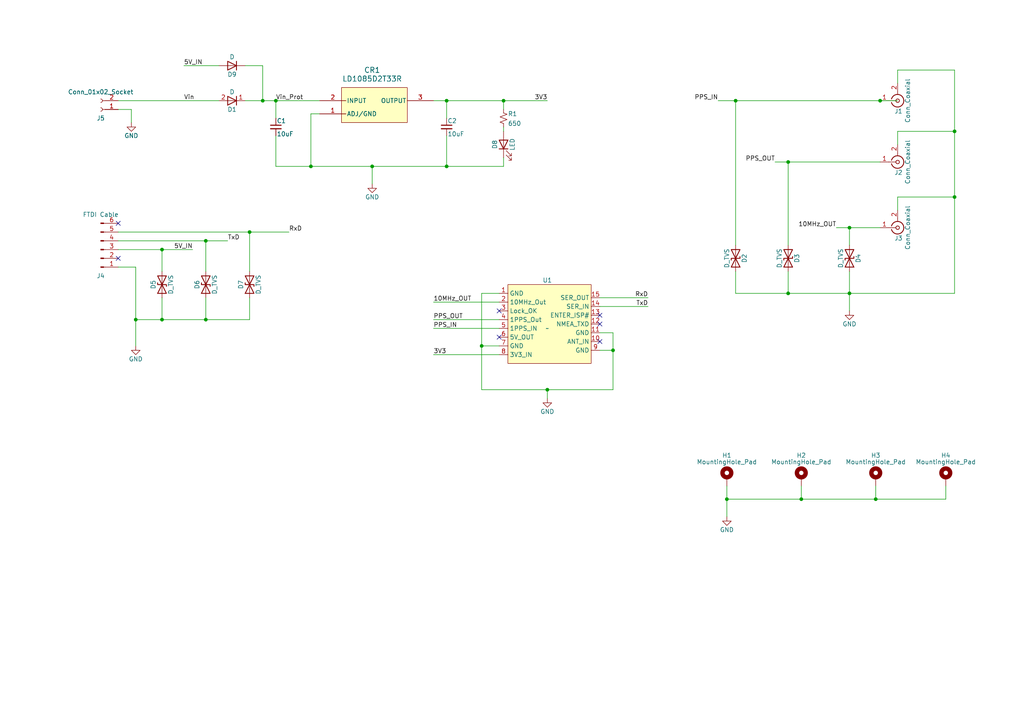
<source format=kicad_sch>
(kicad_sch (version 20230121) (generator eeschema)
  (paper "A4")
  (lib_symbols
    (symbol "Connector:Conn_01x02_Socket" (pin_names (offset 1.016) hide)
      (property "Reference" "J" (at 0 2.54 0))
      (property "Value" "Conn_01x02_Socket" (at 0 -5.08 0))
      (symbol "Conn_01x02_Socket_1_1"
        (arc (start 0 -2.032) (mid -0.5058 -2.54) (end 0 -3.048) (stroke (width 0.1524)))
        (polyline (pts (xy -1.27 -2.54) (xy -0.508 -2.54)) (stroke (width 0.1524)))
        (polyline (pts (xy -1.27 0) (xy -0.508 0)) (stroke (width 0.1524)))
        (arc (start 0 0.508) (mid -0.5058 0) (end 0 -0.508) (stroke (width 0.1524)))
        (pin passive line (at -5.08 0 0) (length 3.81) (name "Pin_1") (number "1"))
        (pin passive line (at -5.08 -2.54 0) (length 3.81) (name "Pin_2") (number "2"))
      )
    )
    (symbol "Connector:Conn_01x06_Pin" (pin_names (offset 1.016) hide)
      (property "Reference" "J" (at 0 7.62 0))
      (property "Value" "Conn_01x06_Pin" (at 0 -10.16 0))
      (symbol "Conn_01x06_Pin_1_1"
        (polyline (pts (xy 1.27 -7.62) (xy 0.8636 -7.62)) (stroke (width 0.1524)))
        (polyline (pts (xy 1.27 -5.08) (xy 0.8636 -5.08)) (stroke (width 0.1524)))
        (polyline (pts (xy 1.27 -2.54) (xy 0.8636 -2.54)) (stroke (width 0.1524)))
        (polyline (pts (xy 1.27 0) (xy 0.8636 0)) (stroke (width 0.1524)))
        (polyline (pts (xy 1.27 2.54) (xy 0.8636 2.54)) (stroke (width 0.1524)))
        (polyline (pts (xy 1.27 5.08) (xy 0.8636 5.08)) (stroke (width 0.1524)))
        (rectangle (start 0.8636 -7.493) (end 0 -7.747) (stroke (width 0.1524)) (fill (type outline)))
        (rectangle (start 0.8636 -4.953) (end 0 -5.207) (stroke (width 0.1524)) (fill (type outline)))
        (rectangle (start 0.8636 -2.413) (end 0 -2.667) (stroke (width 0.1524)) (fill (type outline)))
        (rectangle (start 0.8636 0.127) (end 0 -0.127) (stroke (width 0.1524)) (fill (type outline)))
        (rectangle (start 0.8636 2.667) (end 0 2.413) (stroke (width 0.1524)) (fill (type outline)))
        (rectangle (start 0.8636 5.207) (end 0 4.953) (stroke (width 0.1524)) (fill (type outline)))
        (pin passive line (at 5.08 5.08 180) (length 3.81) (name "Pin_1") (number "1"))
        (pin passive line (at 5.08 2.54 180) (length 3.81) (name "Pin_2") (number "2"))
        (pin passive line (at 5.08 0 180) (length 3.81) (name "Pin_3") (number "3"))
        (pin passive line (at 5.08 -2.54 180) (length 3.81) (name "Pin_4") (number "4"))
        (pin passive line (at 5.08 -5.08 180) (length 3.81) (name "Pin_5") (number "5"))
        (pin passive line (at 5.08 -7.62 180) (length 3.81) (name "Pin_6") (number "6"))
      )
    )
    (symbol "Connector:Conn_Coaxial" (pin_names (offset 1.016) hide)
      (property "Reference" "J" (at 0.254 3.048 0))
      (property "Value" "Conn_Coaxial" (at 2.921 0 90))
      (symbol "Conn_Coaxial_0_1"
        (arc (start -1.778 -0.508) (mid 0.2311 -1.8066) (end 1.778 0) (stroke (width 0.254)))
        (polyline (pts (xy -2.54 0) (xy -0.508 0)))
        (polyline (pts (xy 0 -2.54) (xy 0 -1.778)))
        (circle (center 0 0) (radius 0.508) (stroke (width 0.2032)))
        (arc (start 1.778 0) (mid 0.2099 1.8101) (end -1.778 0.508) (stroke (width 0.254)))
      )
      (symbol "Conn_Coaxial_1_1"
        (pin passive line (at -5.08 0 0) (length 2.54) (name "In") (number "1"))
        (pin passive line (at 0 -5.08 90) (length 2.54) (name "Ext") (number "2"))
      )
    )
    (symbol "D_1" (pin_names (offset 1.016) hide)
      (property "Reference" "D" (at 0 2.54 0))
      (property "Value" "D" (at 0 -2.54 0))
      (symbol "D_1_0_1"
        (polyline (pts (xy -1.27 1.27) (xy -1.27 -1.27)) (stroke (width 0.254)))
        (polyline (pts (xy 1.27 0) (xy -1.27 0)))
        (polyline (pts (xy 1.27 1.27) (xy 1.27 -1.27) (xy -1.27 0) (xy 1.27 1.27)) (stroke (width 0.254)))
      )
      (symbol "D_1_1_1"
        (pin passive line (at -3.81 0 0) (length 2.54) (name "K") (number "1"))
        (pin passive line (at 3.81 0 180) (length 2.54) (name "A") (number "2"))
      )
    )
    (symbol "Device:C_Small" (pin_numbers hide) (pin_names (offset 0.254) hide)
      (property "Reference" "C" (at 0.254 1.778 0))
      (property "Value" "C_Small" (at 0.254 -2.032 0))
      (symbol "C_Small_0_1"
        (polyline (pts (xy -1.524 -0.508) (xy 1.524 -0.508)) (stroke (width 0.3302)))
        (polyline (pts (xy -1.524 0.508) (xy 1.524 0.508)) (stroke (width 0.3048)))
      )
      (symbol "C_Small_1_1"
        (pin passive line (at 0 2.54 270) (length 2.032) (name "~") (number "1"))
        (pin passive line (at 0 -2.54 90) (length 2.032) (name "~") (number "2"))
      )
    )
    (symbol "Device:D" (pin_numbers hide) (pin_names (offset 1.016) hide)
      (property "Reference" "D" (at 0 2.54 0))
      (property "Value" "D" (at 0 -2.54 0))
      (symbol "D_0_1"
        (polyline (pts (xy -1.27 1.27) (xy -1.27 -1.27)) (stroke (width 0.254)))
        (polyline (pts (xy 1.27 0) (xy -1.27 0)))
        (polyline (pts (xy 1.27 1.27) (xy 1.27 -1.27) (xy -1.27 0) (xy 1.27 1.27)) (stroke (width 0.254)))
      )
      (symbol "D_1_1"
        (pin passive line (at -3.81 0 0) (length 2.54) (name "K") (number "1"))
        (pin passive line (at 3.81 0 180) (length 2.54) (name "A") (number "2"))
      )
    )
    (symbol "Device:D_TVS" (pin_numbers hide) (pin_names (offset 1.016) hide)
      (property "Reference" "D" (at 0 2.54 0))
      (property "Value" "D_TVS" (at 0 -2.54 0))
      (symbol "D_TVS_0_1"
        (polyline (pts (xy 1.27 0) (xy -1.27 0)))
        (polyline (pts (xy 0.508 1.27) (xy 0 1.27) (xy 0 -1.27) (xy -0.508 -1.27)) (stroke (width 0.254)))
        (polyline (pts (xy -2.54 1.27) (xy -2.54 -1.27) (xy 2.54 1.27) (xy 2.54 -1.27) (xy -2.54 1.27)) (stroke (width 0.254)))
      )
      (symbol "D_TVS_1_1"
        (pin passive line (at -3.81 0 0) (length 2.54) (name "A1") (number "1"))
        (pin passive line (at 3.81 0 180) (length 2.54) (name "A2") (number "2"))
      )
    )
    (symbol "Device:LED" (pin_numbers hide) (pin_names (offset 1.016) hide)
      (property "Reference" "D" (at 0 2.54 0))
      (property "Value" "LED" (at 0 -2.54 0))
      (symbol "LED_0_1"
        (polyline (pts (xy -1.27 -1.27) (xy -1.27 1.27)) (stroke (width 0.254)))
        (polyline (pts (xy -1.27 0) (xy 1.27 0)))
        (polyline (pts (xy 1.27 -1.27) (xy 1.27 1.27) (xy -1.27 0) (xy 1.27 -1.27)) (stroke (width 0.254)))
        (polyline (pts (xy -3.048 -0.762) (xy -4.572 -2.286) (xy -3.81 -2.286) (xy -4.572 -2.286) (xy -4.572 -1.524)))
        (polyline (pts (xy -1.778 -0.762) (xy -3.302 -2.286) (xy -2.54 -2.286) (xy -3.302 -2.286) (xy -3.302 -1.524)))
      )
      (symbol "LED_1_1"
        (pin passive line (at -3.81 0 0) (length 2.54) (name "K") (number "1"))
        (pin passive line (at 3.81 0 180) (length 2.54) (name "A") (number "2"))
      )
    )
    (symbol "Device:R_Small_US" (pin_numbers hide) (pin_names (offset 0.254) hide)
      (property "Reference" "R" (at 0.762 0.508 0))
      (property "Value" "R_Small_US" (at 0.762 -1.016 0))
      (symbol "R_Small_US_1_1"
        (polyline (pts (xy 0 0) (xy 1.016 -0.381) (xy 0 -0.762) (xy -1.016 -1.143) (xy 0 -1.524)))
        (polyline (pts (xy 0 1.524) (xy 1.016 1.143) (xy 0 0.762) (xy -1.016 0.381) (xy 0 0)))
        (pin passive line (at 0 2.54 270) (length 1.016) (name "~") (number "1"))
        (pin passive line (at 0 -2.54 90) (length 1.016) (name "~") (number "2"))
      )
    )
    (symbol "GPSDO:LC_XO"
      (property "Reference" "U" (at 0 13.97 0))
      (symbol "LC_XO_1_1"
        (rectangle (start -11.43 12.7) (end 12.7 -10.16) (fill (type background)))
        (pin passive line (at -13.97 10.16 0) (length 2.54) (name "GND") (number "1"))
        (pin input line (at 15.24 -3.81 180) (length 2.54) (name "ANT_IN") (number "10"))
        (pin passive line (at 15.24 -1.27 180) (length 2.54) (name "GND") (number "11"))
        (pin output line (at 15.24 1.27 180) (length 2.54) (name "NMEA_TXD") (number "12"))
        (pin unspecified line (at 15.24 3.81 180) (length 2.54) (name "ENTER_ISP#") (number "13"))
        (pin input line (at 15.24 6.35 180) (length 2.54) (name "SER_IN") (number "14"))
        (pin output line (at 15.24 8.89 180) (length 2.54) (name "SER_OUT") (number "15"))
        (pin output line (at -13.97 7.62 0) (length 2.54) (name "10MHz_Out") (number "2"))
        (pin output line (at -13.97 5.08 0) (length 2.54) (name "Lock_OK") (number "3"))
        (pin output line (at -13.97 2.54 0) (length 2.54) (name "1PPS_Out") (number "4"))
        (pin input line (at -13.97 0 0) (length 2.54) (name "1PPS_IN") (number "5"))
        (pin output line (at -13.97 -2.54 0) (length 2.54) (name "5V_OUT") (number "6"))
        (pin passive line (at -13.97 -5.08 0) (length 2.54) (name "GND") (number "7"))
        (pin input line (at -13.97 -7.62 0) (length 2.54) (name "3V3_IN") (number "8"))
        (pin passive line (at 15.24 -6.35 180) (length 2.54) (name "GND") (number "9"))
      )
    )
    (symbol "GPSDO:LD1085D2T33R" (pin_names (offset 0.254))
      (property "Reference" "CR" (at 25.4 10.16 0))
      (property "Value" "LD1085D2T33R" (at 25.4 7.62 0))
      (symbol "LD1085D2T33R_0_1"
        (pin power_out line (at 10.16 -2.54 0) (length 7.62) (name "ADJ/GND") (number "1"))
        (pin input line (at 10.16 1.27 0) (length 7.62) (name "INPUT") (number "2"))
        (pin output line (at 43.18 1.27 180) (length 7.62) (name "OUTPUT") (number "3"))
      )
      (symbol "LD1085D2T33R_1_1"
        (rectangle (start 16.51 5.08) (end 35.56 -5.08) (fill (type background)))
      )
    )
    (symbol "Mechanical:MountingHole_Pad" (pin_numbers hide) (pin_names (offset 1.016) hide)
      (property "Reference" "H" (at 0 6.35 0))
      (property "Value" "MountingHole_Pad" (at 0 4.445 0))
      (symbol "MountingHole_Pad_0_1"
        (circle (center 0 1.27) (radius 1.27) (stroke (width 1.27)))
      )
      (symbol "MountingHole_Pad_1_1"
        (pin input line (at 0 -2.54 90) (length 2.54) (name "1") (number "1"))
      )
    )
    (symbol "power:GND" (power) (pin_names (offset 0))
      (property "Value" "GND" (at 0 -3.81 0))
      (symbol "GND_0_1"
        (polyline (pts (xy 0 0) (xy 0 -1.27) (xy 1.27 -1.27) (xy 0 -2.54) (xy -1.27 -1.27) (xy 0 -1.27)))
      )
      (symbol "GND_1_1"
        (pin power_in line (at 0 0 270) (length 0) hide (name "GND") (number "1"))
      )
    )
  )
  (junction (at 158.75 113.03))
  (junction (at 129.54 29.21))
  (junction (at 107.95 48.26))
  (junction (at 39.37 92.71))
  (junction (at 72.39 67.31))
  (junction (at 246.38 85.09))
  (junction (at 177.8 101.6))
  (junction (at 46.99 92.71))
  (junction (at 129.54 48.26))
  (junction (at 255.27 29.21))
  (junction (at 276.86 38.1))
  (junction (at 210.82 144.78))
  (junction (at 139.7 100.33))
  (junction (at 232.41 144.78))
  (junction (at 228.6 46.99))
  (junction (at 246.38 66.04))
  (junction (at 228.6 85.09))
  (junction (at 59.69 92.71))
  (junction (at 90.17 48.26))
  (junction (at 146.05 29.21))
  (junction (at 213.36 29.21))
  (junction (at 80.01 29.21))
  (junction (at 46.99 72.39))
  (junction (at 276.86 57.15))
  (junction (at 254 144.78))
  (junction (at 76.2 29.21))
  (junction (at 59.69 69.85))
  (no_connect (at 144.78 90.17))
  (no_connect (at 34.29 74.93))
  (no_connect (at 34.29 64.77))
  (no_connect (at 173.99 99.06))
  (no_connect (at 144.78 97.79))
  (no_connect (at 173.99 91.44))
  (no_connect (at 173.99 93.98))
  (wire (pts (xy 260.35 20.32) (xy 276.86 20.32)))
  (wire (pts (xy 107.95 48.26) (xy 90.17 48.26)))
  (wire (pts (xy 34.29 67.31) (xy 72.39 67.31)))
  (wire (pts (xy 139.7 85.09) (xy 144.78 85.09)))
  (wire (pts (xy 177.8 96.52) (xy 177.8 101.6)))
  (wire (pts (xy 80.01 34.29) (xy 80.01 29.21)))
  (wire (pts (xy 125.73 95.25) (xy 144.78 95.25)))
  (wire (pts (xy 80.01 29.21) (xy 92.71 29.21)))
  (wire (pts (xy 254 144.78) (xy 232.41 144.78)))
  (wire (pts (xy 34.29 29.21) (xy 63.5 29.21)))
  (wire (pts (xy 173.99 88.9) (xy 187.96 88.9)))
  (wire (pts (xy 129.54 48.26) (xy 146.05 48.26)))
  (wire (pts (xy 38.1 31.75) (xy 34.29 31.75)))
  (wire (pts (xy 276.86 20.32) (xy 276.86 38.1)))
  (wire (pts (xy 139.7 100.33) (xy 139.7 85.09)))
  (wire (pts (xy 260.35 38.1) (xy 276.86 38.1)))
  (wire (pts (xy 255.27 46.99) (xy 228.6 46.99)))
  (wire (pts (xy 158.75 113.03) (xy 139.7 113.03)))
  (wire (pts (xy 213.36 29.21) (xy 208.28 29.21)))
  (wire (pts (xy 59.69 86.36) (xy 59.69 92.71)))
  (wire (pts (xy 92.71 33.02) (xy 90.17 33.02)))
  (wire (pts (xy 260.35 24.13) (xy 260.35 20.32)))
  (wire (pts (xy 232.41 144.78) (xy 210.82 144.78)))
  (wire (pts (xy 177.8 113.03) (xy 177.8 101.6)))
  (wire (pts (xy 125.73 92.71) (xy 144.78 92.71)))
  (wire (pts (xy 213.36 78.74) (xy 213.36 85.09)))
  (wire (pts (xy 276.86 38.1) (xy 276.86 57.15)))
  (wire (pts (xy 125.73 29.21) (xy 129.54 29.21)))
  (wire (pts (xy 71.12 19.05) (xy 76.2 19.05)))
  (wire (pts (xy 246.38 66.04) (xy 242.57 66.04)))
  (wire (pts (xy 274.32 144.78) (xy 254 144.78)))
  (wire (pts (xy 38.1 35.56) (xy 38.1 31.75)))
  (wire (pts (xy 260.35 29.21) (xy 255.27 29.21)))
  (wire (pts (xy 46.99 92.71) (xy 39.37 92.71)))
  (wire (pts (xy 260.35 60.96) (xy 260.35 57.15)))
  (wire (pts (xy 129.54 48.26) (xy 107.95 48.26)))
  (wire (pts (xy 210.82 144.78) (xy 210.82 149.86)))
  (wire (pts (xy 34.29 69.85) (xy 59.69 69.85)))
  (wire (pts (xy 90.17 33.02) (xy 90.17 48.26)))
  (wire (pts (xy 46.99 72.39) (xy 46.99 78.74)))
  (wire (pts (xy 260.35 41.91) (xy 260.35 38.1)))
  (wire (pts (xy 246.38 85.09) (xy 228.6 85.09)))
  (wire (pts (xy 129.54 29.21) (xy 146.05 29.21)))
  (wire (pts (xy 129.54 29.21) (xy 129.54 34.29)))
  (wire (pts (xy 254 140.97) (xy 254 144.78)))
  (wire (pts (xy 59.69 69.85) (xy 66.04 69.85)))
  (wire (pts (xy 90.17 48.26) (xy 80.01 48.26)))
  (wire (pts (xy 228.6 46.99) (xy 224.79 46.99)))
  (wire (pts (xy 274.32 140.97) (xy 274.32 144.78)))
  (wire (pts (xy 246.38 85.09) (xy 246.38 90.17)))
  (wire (pts (xy 228.6 46.99) (xy 228.6 71.12)))
  (wire (pts (xy 255.27 66.04) (xy 246.38 66.04)))
  (wire (pts (xy 158.75 115.57) (xy 158.75 113.03)))
  (wire (pts (xy 276.86 57.15) (xy 276.86 85.09)))
  (wire (pts (xy 210.82 140.97) (xy 210.82 144.78)))
  (wire (pts (xy 53.34 19.05) (xy 63.5 19.05)))
  (wire (pts (xy 173.99 86.36) (xy 187.96 86.36)))
  (wire (pts (xy 125.73 87.63) (xy 144.78 87.63)))
  (wire (pts (xy 125.73 102.87) (xy 144.78 102.87)))
  (wire (pts (xy 39.37 100.33) (xy 39.37 92.71)))
  (wire (pts (xy 46.99 72.39) (xy 55.88 72.39)))
  (wire (pts (xy 177.8 101.6) (xy 173.99 101.6)))
  (wire (pts (xy 76.2 29.21) (xy 80.01 29.21)))
  (wire (pts (xy 39.37 92.71) (xy 39.37 77.47)))
  (wire (pts (xy 34.29 72.39) (xy 46.99 72.39)))
  (wire (pts (xy 139.7 100.33) (xy 144.78 100.33)))
  (wire (pts (xy 80.01 48.26) (xy 80.01 39.37)))
  (wire (pts (xy 72.39 67.31) (xy 83.82 67.31)))
  (wire (pts (xy 158.75 113.03) (xy 177.8 113.03)))
  (wire (pts (xy 39.37 77.47) (xy 34.29 77.47)))
  (wire (pts (xy 146.05 29.21) (xy 146.05 31.75)))
  (wire (pts (xy 46.99 86.36) (xy 46.99 92.71)))
  (wire (pts (xy 146.05 29.21) (xy 158.75 29.21)))
  (wire (pts (xy 139.7 113.03) (xy 139.7 100.33)))
  (wire (pts (xy 107.95 48.26) (xy 107.95 53.34)))
  (wire (pts (xy 213.36 29.21) (xy 213.36 71.12)))
  (wire (pts (xy 260.35 57.15) (xy 276.86 57.15)))
  (wire (pts (xy 72.39 86.36) (xy 72.39 92.71)))
  (wire (pts (xy 255.27 29.21) (xy 213.36 29.21)))
  (wire (pts (xy 76.2 19.05) (xy 76.2 29.21)))
  (wire (pts (xy 228.6 78.74) (xy 228.6 85.09)))
  (wire (pts (xy 232.41 140.97) (xy 232.41 144.78)))
  (wire (pts (xy 246.38 78.74) (xy 246.38 85.09)))
  (wire (pts (xy 129.54 39.37) (xy 129.54 48.26)))
  (wire (pts (xy 146.05 45.72) (xy 146.05 48.26)))
  (wire (pts (xy 246.38 66.04) (xy 246.38 71.12)))
  (wire (pts (xy 213.36 85.09) (xy 228.6 85.09)))
  (wire (pts (xy 146.05 38.1) (xy 146.05 36.83)))
  (wire (pts (xy 71.12 29.21) (xy 76.2 29.21)))
  (wire (pts (xy 59.69 69.85) (xy 59.69 78.74)))
  (wire (pts (xy 72.39 67.31) (xy 72.39 78.74)))
  (wire (pts (xy 72.39 92.71) (xy 59.69 92.71)))
  (wire (pts (xy 276.86 85.09) (xy 246.38 85.09)))
  (wire (pts (xy 173.99 96.52) (xy 177.8 96.52)))
  (wire (pts (xy 59.69 92.71) (xy 46.99 92.71)))
  (label "PPS_OUT" (at 224.79 46.99 180))
  (label "Vin" (at 53.34 29.21 0))
  (label "PPS_IN" (at 125.73 95.25 0))
  (label "10MHz_OUT" (at 125.73 87.63 0))
  (label "5V_IN" (at 55.88 72.39 180))
  (label "RxD" (at 83.82 67.31 0))
  (label "PPS_OUT" (at 125.73 92.71 0))
  (label "PPS_IN" (at 208.28 29.21 180))
  (label "3V3" (at 125.73 102.87 0))
  (label "Vin_Prot" (at 80.01 29.21 0))
  (label "RxD" (at 187.96 86.36 180))
  (label "5V_IN" (at 53.34 19.05 0))
  (label "3V3" (at 158.75 29.21 180))
  (label "TxD" (at 187.96 88.9 180))
  (label "10MHz_OUT" (at 242.57 66.04 180))
  (label "TxD" (at 66.04 69.85 0))
  (symbol (lib_id "Device:LED") (at 146.05 41.91 90) (unit 1)
    (property "Reference" "D8" (at 143.51 41.91 0))
    (property "Value" "LED" (at 148.59 41.91 0))
    (property "Footprint" "LED_SMD:LED_1206_3216Metric" (effects hide))
  )
  (symbol (lib_id "Device:D_TVS") (at 246.38 74.93 270) (mirror x) (unit 1)
    (property "Reference" "D4" (at 248.92 74.93 0))
    (property "Value" "D_TVS" (at 243.84 74.93 0))
    (property "Footprint" "Diode_SMD:D_SMA" (effects hide))
  )
  (symbol (lib_id "Connector:Conn_Coaxial") (at 260.35 29.21 0) (mirror x) (unit 1)
    (property "Reference" "J1" (at 260.604 32.258 0))
    (property "Value" "Conn_Coaxial" (at 263.271 29.21 90))
    (property "Footprint" "GPSDO:TAOGLAS_EMPCB.SMAFSTJ.B.HT" (effects hide))
    (property "Datasheet" " ~" (effects hide))
  )
  (symbol (lib_id "Device:R_Small_US") (at 146.05 34.29 0) (unit 1)
    (property "Reference" "R1" (at 147.32 33.02 0) (effects (justify left)))
    (property "Value" "650" (at 147.32 35.814 0) (effects (justify left)))
    (property "Footprint" "Resistor_SMD:R_1206_3216Metric" (effects hide))
  )
  (symbol (lib_id "Mechanical:MountingHole_Pad") (at 254 138.43 0) (unit 1)
    (property "Reference" "H3" (at 254 132.08 0))
    (property "Value" "MountingHole_Pad" (at 254 133.985 0))
    (property "Footprint" "MountingHole:MountingHole_3.2mm_M3_DIN965_Pad" (effects hide))
  )
  (symbol (lib_id "power:GND") (at 107.95 53.34 0) (unit 1)
    (property "Reference" "#PWR01" (effects hide))
    (property "Value" "GND" (at 107.95 57.15 0))
  )
  (symbol (lib_id "Mechanical:MountingHole_Pad") (at 274.32 138.43 0) (unit 1)
    (property "Reference" "H4" (at 274.32 132.08 0))
    (property "Value" "MountingHole_Pad" (at 274.32 133.985 0))
    (property "Footprint" "MountingHole:MountingHole_3.2mm_M3_DIN965_Pad" (effects hide))
  )
  (symbol (lib_id "Connector:Conn_Coaxial") (at 260.35 66.04 0) (mirror x) (unit 1)
    (property "Reference" "J3" (at 260.604 69.088 0))
    (property "Value" "Conn_Coaxial" (at 263.271 66.04 90))
    (property "Footprint" "GPSDO:TAOGLAS_EMPCB.SMAFSTJ.B.HT" (effects hide))
    (property "Datasheet" " ~" (effects hide))
  )
  (symbol (lib_id "Connector:Conn_01x06_Pin") (at 29.21 72.39 0) (mirror x) (unit 1)
    (property "Reference" "J4" (at 29.21 80.01 0))
    (property "Value" "FTDI Cable" (at 29.21 62.23 0))
    (property "Footprint" "Connector_PinHeader_2.54mm:PinHeader_1x06_P2.54mm_Horizontal" (effects hide))
  )
  (symbol (lib_id "Device:D") (at 67.31 19.05 180) (unit 1)
    (property "Reference" "D9" (at 67.31 21.59 0))
    (property "Value" "D" (at 67.31 16.51 0))
    (property "Footprint" "GPSDO:2x1_POWERDI-5_SBRT10U50SP5_DIO" (effects hide))
    (property "Sim.Device" "D" (effects hide))
    (property "Sim.Pins" "1=K 2=A" (effects hide))
  )
  (symbol (lib_id "Device:D_TVS") (at 72.39 82.55 90) (unit 1)
    (property "Reference" "D7" (at 69.85 82.55 0))
    (property "Value" "D_TVS" (at 74.93 82.55 0))
    (property "Footprint" "Diode_SMD:D_SMA" (effects hide))
  )
  (symbol (lib_id "power:GND") (at 246.38 90.17 0) (mirror y) (unit 1)
    (property "Reference" "#PWR03" (effects hide))
    (property "Value" "GND" (at 246.38 93.98 0))
  )
  (symbol (lib_id "GPSDO:LD1085D2T33R") (at 82.55 30.48 0) (unit 1)
    (property "Reference" "CR1" (at 107.95 20.32 0) (effects (font (size 1.524 1.524))))
    (property "Value" "LD1085D2T33R" (at 107.95 22.86 0) (effects (font (size 1.524 1.524))))
    (property "Footprint" "GPSDO:D2PAK_STM" (effects hide))
    (property "Datasheet" "LD1085D2T33R" (effects hide))
  )
  (symbol (lib_id "power:GND") (at 39.37 100.33 0) (unit 1)
    (property "Reference" "#PWR04" (effects hide))
    (property "Value" "GND" (at 39.37 104.14 0))
  )
  (symbol (lib_id "Connector:Conn_01x02_Socket") (at 29.21 31.75 180) (unit 1)
    (property "Reference" "J5" (at 29.21 34.29 0))
    (property "Value" "Conn_01x02_Socket" (at 29.21 26.67 0))
    (property "Footprint" "GPSDO:CONN_1843790" (effects hide))
  )
  (symbol (lib_id "Connector:Conn_Coaxial") (at 260.35 46.99 0) (mirror x) (unit 1)
    (property "Reference" "J2" (at 260.604 50.038 0))
    (property "Value" "Conn_Coaxial" (at 263.271 46.99 90))
    (property "Footprint" "GPSDO:TAOGLAS_EMPCB.SMAFSTJ.B.HT" (effects hide))
    (property "Datasheet" " ~" (effects hide))
  )
  (symbol (lib_id "GPSDO:LC_XO") (at 158.75 95.25 0) (unit 1)
    (property "Reference" "U1" (at 158.75 81.28 0))
    (property "Value" "~" (at 158.75 95.25 0))
    (property "Footprint" "GPSDO:15 Pin GPSDO" (effects hide))
  )
  (symbol (lib_id "Device:C_Small") (at 80.01 36.83 0) (unit 1)
    (property "Reference" "C1" (at 80.264 35.052 0) (effects (justify left)))
    (property "Value" "10uF" (at 80.264 38.862 0) (effects (justify left)))
    (property "Footprint" "Capacitor_SMD:C_1206_3216Metric" (effects hide))
  )
  (symbol (lib_id "Mechanical:MountingHole_Pad") (at 210.82 138.43 0) (unit 1)
    (property "Reference" "H1" (at 210.82 132.08 0))
    (property "Value" "MountingHole_Pad" (at 210.82 133.985 0))
    (property "Footprint" "MountingHole:MountingHole_3.2mm_M3_DIN965_Pad" (effects hide))
  )
  (symbol (lib_id "Mechanical:MountingHole_Pad") (at 232.41 138.43 0) (unit 1)
    (property "Reference" "H2" (at 232.41 132.08 0))
    (property "Value" "MountingHole_Pad" (at 232.41 133.985 0))
    (property "Footprint" "MountingHole:MountingHole_3.2mm_M3_DIN965_Pad" (effects hide))
  )
  (symbol (lib_id "Device:C_Small") (at 129.54 36.83 0) (unit 1)
    (property "Reference" "C2" (at 129.794 35.052 0) (effects (justify left)))
    (property "Value" "10uF" (at 129.794 38.862 0) (effects (justify left)))
    (property "Footprint" "Capacitor_SMD:C_1206_3216Metric" (effects hide))
  )
  (symbol (lib_id "power:GND") (at 38.1 35.56 0) (unit 1)
    (property "Reference" "#PWR05" (effects hide))
    (property "Value" "GND" (at 38.1 39.37 0))
  )
  (symbol (lib_id "Device:D_TVS") (at 213.36 74.93 270) (mirror x) (unit 1)
    (property "Reference" "D2" (at 215.9 74.93 0))
    (property "Value" "D_TVS" (at 210.82 74.93 0))
    (property "Footprint" "Diode_SMD:D_SMA" (effects hide))
  )
  (symbol (lib_name "D_1") (lib_id "Device:D") (at 67.31 29.21 180) (unit 1)
    (property "Reference" "D1" (at 67.31 31.75 0))
    (property "Value" "D" (at 67.31 26.67 0))
    (property "Footprint" "GPSDO:2x1_POWERDI-5_SBRT10U50SP5_DIO" (effects hide))
    (property "Sim.Device" "D" (effects hide))
    (property "Sim.Pins" "1=K 2=A" (effects hide))
  )
  (symbol (lib_id "power:GND") (at 210.82 149.86 0) (mirror y) (unit 1)
    (property "Reference" "#PWR06" (effects hide))
    (property "Value" "GND" (at 210.82 153.67 0))
  )
  (symbol (lib_id "Device:D_TVS") (at 228.6 74.93 270) (mirror x) (unit 1)
    (property "Reference" "D3" (at 231.14 74.93 0))
    (property "Value" "D_TVS" (at 226.06 74.93 0))
    (property "Footprint" "Diode_SMD:D_SMA" (effects hide))
  )
  (symbol (lib_id "Device:D_TVS") (at 46.99 82.55 90) (unit 1)
    (property "Reference" "D5" (at 44.45 82.55 0))
    (property "Value" "D_TVS" (at 49.53 82.55 0))
    (property "Footprint" "Diode_SMD:D_SMA" (effects hide))
  )
  (symbol (lib_id "power:GND") (at 158.75 115.57 0) (unit 1)
    (property "Reference" "#PWR02" (effects hide))
    (property "Value" "GND" (at 158.75 119.38 0))
  )
  (symbol (lib_id "Device:D_TVS") (at 59.69 82.55 90) (unit 1)
    (property "Reference" "D6" (at 57.15 82.55 0))
    (property "Value" "D_TVS" (at 62.23 82.55 0))
    (property "Footprint" "Diode_SMD:D_SMA" (effects hide))
  )
)
</source>
